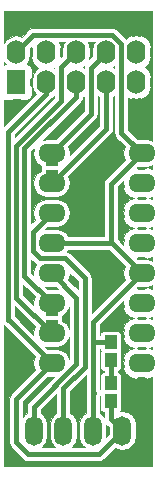
<source format=gbr>
G04 #@! TF.FileFunction,Copper,L2,Bot,Signal*
%FSLAX46Y46*%
G04 Gerber Fmt 4.6, Leading zero omitted, Abs format (unit mm)*
G04 Created by KiCad (PCBNEW 4.0.6) date 04/03/17 09:38:59*
%MOMM*%
%LPD*%
G01*
G04 APERTURE LIST*
%ADD10C,0.100000*%
%ADD11O,1.500000X2.500000*%
%ADD12O,2.300000X1.600000*%
%ADD13R,1.600000X2.000000*%
%ADD14O,1.600000X2.000000*%
%ADD15R,1.000000X1.150000*%
%ADD16C,0.400000*%
%ADD17C,0.026000*%
G04 APERTURE END LIST*
D10*
D11*
X2500000Y-35500000D03*
X5000000Y-35500000D03*
X7500000Y-35500000D03*
X10000000Y-35500000D03*
D12*
X4000000Y-12000000D03*
X4000000Y-14540000D03*
X4000000Y-17080000D03*
X4000000Y-19620000D03*
X4000000Y-22160000D03*
X4000000Y-24700000D03*
X4000000Y-27240000D03*
X4000000Y-29780000D03*
X11620000Y-29780000D03*
X11620000Y-27240000D03*
X11620000Y-24700000D03*
X11620000Y-22160000D03*
X11620000Y-19620000D03*
X11620000Y-17080000D03*
X11620000Y-14540000D03*
X11620000Y-12000000D03*
D13*
X1000000Y-6000000D03*
D14*
X1000000Y-3460000D03*
X3540000Y-6000000D03*
X3540000Y-3460000D03*
X6080000Y-6000000D03*
X6080000Y-3460000D03*
X8620000Y-6000000D03*
X8620000Y-3460000D03*
X11160000Y-6000000D03*
X11160000Y-3460000D03*
D15*
X9000000Y-28000000D03*
X9000000Y-29500000D03*
X9000000Y-31500000D03*
X9000000Y-33000000D03*
X4000000Y-12500000D03*
X4000000Y-14000000D03*
X4000000Y-26700000D03*
X4000000Y-25200000D03*
D16*
X9000000Y-28000000D02*
X7500000Y-28000000D01*
X7500000Y-32300000D02*
X7600000Y-32300000D01*
X7600000Y-32300000D02*
X7500000Y-32300000D01*
X7500000Y-35500000D02*
X7500000Y-32300000D01*
X7500000Y-32300000D02*
X7500000Y-28000000D01*
X7500000Y-28000000D02*
X7500000Y-26280000D01*
X7500000Y-26280000D02*
X11620000Y-22160000D01*
X1000000Y-3460000D02*
X2460000Y-2000000D01*
X9900000Y-10280000D02*
X11620000Y-12000000D01*
X9900000Y-2800000D02*
X9900000Y-10280000D01*
X9100000Y-2000000D02*
X9900000Y-2800000D01*
X2460000Y-2000000D02*
X9100000Y-2000000D01*
X9000000Y-19620000D02*
X9000000Y-14620000D01*
X9000000Y-14620000D02*
X11620000Y-12000000D01*
X4000000Y-19620000D02*
X9000000Y-19620000D01*
X9000000Y-19620000D02*
X9080000Y-19620000D01*
X9080000Y-19620000D02*
X11620000Y-22160000D01*
X9000000Y-29500000D02*
X9000000Y-31500000D01*
X10000000Y-35500000D02*
X8000000Y-37500000D01*
X1000000Y-32780000D02*
X4000000Y-29780000D01*
X1000000Y-36500000D02*
X1000000Y-32780000D01*
X2000000Y-37500000D02*
X1000000Y-36500000D01*
X8000000Y-37500000D02*
X2000000Y-37500000D01*
X9000000Y-33000000D02*
X9000000Y-34500000D01*
X9000000Y-34500000D02*
X10000000Y-35500000D01*
X4000000Y-29780000D02*
X300000Y-26080000D01*
X300000Y-10200000D02*
X300000Y-26100000D01*
X3540000Y-6960000D02*
X300000Y-10200000D01*
X300000Y-26080000D02*
X300000Y-26100000D01*
X3540000Y-6000000D02*
X3540000Y-6960000D01*
X8620000Y-3460000D02*
X7300000Y-4780000D01*
X7300000Y-8700000D02*
X4000000Y-12000000D01*
X7300000Y-4780000D02*
X7300000Y-8700000D01*
X8620000Y-6000000D02*
X8620000Y-9920000D01*
X8620000Y-9920000D02*
X4000000Y-14540000D01*
X4000000Y-27240000D02*
X1000000Y-24240000D01*
X4800000Y-4740000D02*
X6080000Y-3460000D01*
X4800000Y-7600000D02*
X4800000Y-4740000D01*
X1000000Y-11400000D02*
X4800000Y-7600000D01*
X1000000Y-24240000D02*
X1000000Y-11400000D01*
X6080000Y-6000000D02*
X6080000Y-7220000D01*
X1700000Y-22400000D02*
X4000000Y-24700000D01*
X1700000Y-11600000D02*
X1700000Y-22400000D01*
X6080000Y-7220000D02*
X1700000Y-11600000D01*
X4000000Y-22160000D02*
X6100000Y-24260000D01*
X2500000Y-33500000D02*
X2500000Y-35500000D01*
X6100000Y-29900000D02*
X2500000Y-33500000D01*
X6100000Y-24260000D02*
X6100000Y-29900000D01*
X5000000Y-35500000D02*
X5000000Y-31900000D01*
X2400000Y-18680000D02*
X4000000Y-17080000D01*
X2400000Y-20300000D02*
X2400000Y-18680000D01*
X3000000Y-20900000D02*
X2400000Y-20300000D01*
X5100000Y-20900000D02*
X3000000Y-20900000D01*
X6800000Y-22600000D02*
X5100000Y-20900000D01*
X6800000Y-30100000D02*
X6800000Y-22600000D01*
X5000000Y-31900000D02*
X6800000Y-30100000D01*
D17*
G36*
X10046771Y-24700000D02*
X10097786Y-24956470D01*
X10024861Y-25141215D01*
X10257351Y-25570464D01*
X10667546Y-25891728D01*
X10948492Y-25970000D01*
X10667546Y-26048272D01*
X10257351Y-26369536D01*
X10024861Y-26798785D01*
X10097786Y-26983530D01*
X10046771Y-27240000D01*
X10097786Y-27496470D01*
X10024861Y-27681215D01*
X10257351Y-28110464D01*
X10667546Y-28431728D01*
X10948492Y-28510000D01*
X10667546Y-28588272D01*
X10257351Y-28909536D01*
X10024861Y-29338785D01*
X10097786Y-29523530D01*
X10046771Y-29780000D01*
X10097786Y-30036470D01*
X10024861Y-30221215D01*
X10257351Y-30650464D01*
X10667546Y-30971728D01*
X11169460Y-31111562D01*
X11379000Y-30980646D01*
X11379000Y-30973000D01*
X11861000Y-30973000D01*
X11861000Y-30980646D01*
X12070540Y-31111562D01*
X12532000Y-30982999D01*
X12532000Y-38532000D01*
X-32000Y-38532000D01*
X-32000Y-26586628D01*
X2592584Y-29211212D01*
X2517583Y-29323459D01*
X2426771Y-29780000D01*
X2517583Y-30236541D01*
X2592584Y-30348788D01*
X580686Y-32360686D01*
X452139Y-32553068D01*
X452139Y-32553069D01*
X407000Y-32780000D01*
X407000Y-36500000D01*
X452139Y-36726932D01*
X580686Y-36919314D01*
X1580686Y-37919315D01*
X1773069Y-38047861D01*
X2000000Y-38093000D01*
X8000000Y-38093000D01*
X8226932Y-38047861D01*
X8419314Y-37919314D01*
X9375474Y-36963154D01*
X9562593Y-37088182D01*
X10000000Y-37175188D01*
X10437407Y-37088182D01*
X10808223Y-36840411D01*
X11055994Y-36469595D01*
X11143000Y-36032188D01*
X11143000Y-34967812D01*
X11055994Y-34530405D01*
X10808223Y-34159589D01*
X10437407Y-33911818D01*
X10000000Y-33824812D01*
X9764845Y-33871587D01*
X9779396Y-33862224D01*
X9869130Y-33730894D01*
X9900699Y-33575000D01*
X9900699Y-32425000D01*
X9873296Y-32279363D01*
X9855213Y-32251262D01*
X9869130Y-32230894D01*
X9900699Y-32075000D01*
X9900699Y-30925000D01*
X9873296Y-30779363D01*
X9787224Y-30645604D01*
X9655894Y-30555870D01*
X9593000Y-30543134D01*
X9593000Y-30458200D01*
X9645637Y-30448296D01*
X9779396Y-30362224D01*
X9869130Y-30230894D01*
X9900699Y-30075000D01*
X9900699Y-28925000D01*
X9873296Y-28779363D01*
X9855213Y-28751262D01*
X9869130Y-28730894D01*
X9900699Y-28575000D01*
X9900699Y-27425000D01*
X9873296Y-27279363D01*
X9787224Y-27145604D01*
X9655894Y-27055870D01*
X9500000Y-27024301D01*
X8500000Y-27024301D01*
X8354363Y-27051704D01*
X8220604Y-27137776D01*
X8130870Y-27269106D01*
X8102946Y-27407000D01*
X8093000Y-27407000D01*
X8093000Y-26525628D01*
X10078589Y-24540039D01*
X10046771Y-24700000D01*
X10046771Y-24700000D01*
G37*
X10046771Y-24700000D02*
X10097786Y-24956470D01*
X10024861Y-25141215D01*
X10257351Y-25570464D01*
X10667546Y-25891728D01*
X10948492Y-25970000D01*
X10667546Y-26048272D01*
X10257351Y-26369536D01*
X10024861Y-26798785D01*
X10097786Y-26983530D01*
X10046771Y-27240000D01*
X10097786Y-27496470D01*
X10024861Y-27681215D01*
X10257351Y-28110464D01*
X10667546Y-28431728D01*
X10948492Y-28510000D01*
X10667546Y-28588272D01*
X10257351Y-28909536D01*
X10024861Y-29338785D01*
X10097786Y-29523530D01*
X10046771Y-29780000D01*
X10097786Y-30036470D01*
X10024861Y-30221215D01*
X10257351Y-30650464D01*
X10667546Y-30971728D01*
X11169460Y-31111562D01*
X11379000Y-30980646D01*
X11379000Y-30973000D01*
X11861000Y-30973000D01*
X11861000Y-30980646D01*
X12070540Y-31111562D01*
X12532000Y-30982999D01*
X12532000Y-38532000D01*
X-32000Y-38532000D01*
X-32000Y-26586628D01*
X2592584Y-29211212D01*
X2517583Y-29323459D01*
X2426771Y-29780000D01*
X2517583Y-30236541D01*
X2592584Y-30348788D01*
X580686Y-32360686D01*
X452139Y-32553068D01*
X452139Y-32553069D01*
X407000Y-32780000D01*
X407000Y-36500000D01*
X452139Y-36726932D01*
X580686Y-36919314D01*
X1580686Y-37919315D01*
X1773069Y-38047861D01*
X2000000Y-38093000D01*
X8000000Y-38093000D01*
X8226932Y-38047861D01*
X8419314Y-37919314D01*
X9375474Y-36963154D01*
X9562593Y-37088182D01*
X10000000Y-37175188D01*
X10437407Y-37088182D01*
X10808223Y-36840411D01*
X11055994Y-36469595D01*
X11143000Y-36032188D01*
X11143000Y-34967812D01*
X11055994Y-34530405D01*
X10808223Y-34159589D01*
X10437407Y-33911818D01*
X10000000Y-33824812D01*
X9764845Y-33871587D01*
X9779396Y-33862224D01*
X9869130Y-33730894D01*
X9900699Y-33575000D01*
X9900699Y-32425000D01*
X9873296Y-32279363D01*
X9855213Y-32251262D01*
X9869130Y-32230894D01*
X9900699Y-32075000D01*
X9900699Y-30925000D01*
X9873296Y-30779363D01*
X9787224Y-30645604D01*
X9655894Y-30555870D01*
X9593000Y-30543134D01*
X9593000Y-30458200D01*
X9645637Y-30448296D01*
X9779396Y-30362224D01*
X9869130Y-30230894D01*
X9900699Y-30075000D01*
X9900699Y-28925000D01*
X9873296Y-28779363D01*
X9855213Y-28751262D01*
X9869130Y-28730894D01*
X9900699Y-28575000D01*
X9900699Y-27425000D01*
X9873296Y-27279363D01*
X9787224Y-27145604D01*
X9655894Y-27055870D01*
X9500000Y-27024301D01*
X8500000Y-27024301D01*
X8354363Y-27051704D01*
X8220604Y-27137776D01*
X8130870Y-27269106D01*
X8102946Y-27407000D01*
X8093000Y-27407000D01*
X8093000Y-26525628D01*
X10078589Y-24540039D01*
X10046771Y-24700000D01*
G36*
X4407000Y-34015782D02*
X4191777Y-34159589D01*
X3944006Y-34530405D01*
X3857000Y-34967812D01*
X3857000Y-36032188D01*
X3944006Y-36469595D01*
X4191777Y-36840411D01*
X4291435Y-36907000D01*
X3208565Y-36907000D01*
X3308223Y-36840411D01*
X3555994Y-36469595D01*
X3643000Y-36032188D01*
X3643000Y-34967812D01*
X3555994Y-34530405D01*
X3308223Y-34159589D01*
X3093000Y-34015782D01*
X3093000Y-33745628D01*
X4407000Y-32431628D01*
X4407000Y-34015782D01*
X4407000Y-34015782D01*
G37*
X4407000Y-34015782D02*
X4191777Y-34159589D01*
X3944006Y-34530405D01*
X3857000Y-34967812D01*
X3857000Y-36032188D01*
X3944006Y-36469595D01*
X4191777Y-36840411D01*
X4291435Y-36907000D01*
X3208565Y-36907000D01*
X3308223Y-36840411D01*
X3555994Y-36469595D01*
X3643000Y-36032188D01*
X3643000Y-34967812D01*
X3555994Y-34530405D01*
X3308223Y-34159589D01*
X3093000Y-34015782D01*
X3093000Y-33745628D01*
X4407000Y-32431628D01*
X4407000Y-34015782D01*
G36*
X6907000Y-34015782D02*
X6691777Y-34159589D01*
X6444006Y-34530405D01*
X6357000Y-34967812D01*
X6357000Y-36032188D01*
X6444006Y-36469595D01*
X6691777Y-36840411D01*
X6791435Y-36907000D01*
X5708565Y-36907000D01*
X5808223Y-36840411D01*
X6055994Y-36469595D01*
X6143000Y-36032188D01*
X6143000Y-34967812D01*
X6055994Y-34530405D01*
X5808223Y-34159589D01*
X5593000Y-34015782D01*
X5593000Y-32145628D01*
X6907000Y-30831629D01*
X6907000Y-34015782D01*
X6907000Y-34015782D01*
G37*
X6907000Y-34015782D02*
X6691777Y-34159589D01*
X6444006Y-34530405D01*
X6357000Y-34967812D01*
X6357000Y-36032188D01*
X6444006Y-36469595D01*
X6691777Y-36840411D01*
X6791435Y-36907000D01*
X5708565Y-36907000D01*
X5808223Y-36840411D01*
X6055994Y-36469595D01*
X6143000Y-36032188D01*
X6143000Y-34967812D01*
X6055994Y-34530405D01*
X5808223Y-34159589D01*
X5593000Y-34015782D01*
X5593000Y-32145628D01*
X6907000Y-30831629D01*
X6907000Y-34015782D01*
G36*
X8857000Y-35195628D02*
X8857000Y-35804372D01*
X8643000Y-36018372D01*
X8643000Y-34981628D01*
X8857000Y-35195628D01*
X8857000Y-35195628D01*
G37*
X8857000Y-35195628D02*
X8857000Y-35804372D01*
X8643000Y-36018372D01*
X8643000Y-34981628D01*
X8857000Y-35195628D01*
G36*
X2080686Y-33080686D02*
X1952139Y-33273068D01*
X1952139Y-33273069D01*
X1907000Y-33500000D01*
X1907000Y-34015782D01*
X1691777Y-34159589D01*
X1593000Y-34307419D01*
X1593000Y-33025628D01*
X3645629Y-30973000D01*
X4188372Y-30973000D01*
X2080686Y-33080686D01*
X2080686Y-33080686D01*
G37*
X2080686Y-33080686D02*
X1952139Y-33273068D01*
X1952139Y-33273069D01*
X1907000Y-33500000D01*
X1907000Y-34015782D01*
X1691777Y-34159589D01*
X1593000Y-34307419D01*
X1593000Y-33025628D01*
X3645629Y-30973000D01*
X4188372Y-30973000D01*
X2080686Y-33080686D01*
G36*
X8099301Y-33575000D02*
X8126704Y-33720637D01*
X8212776Y-33854396D01*
X8344106Y-33944130D01*
X8407000Y-33956866D01*
X8407000Y-34307419D01*
X8308223Y-34159589D01*
X8093000Y-34015782D01*
X8093000Y-32609036D01*
X8099301Y-32599606D01*
X8099301Y-33575000D01*
X8099301Y-33575000D01*
G37*
X8099301Y-33575000D02*
X8126704Y-33720637D01*
X8212776Y-33854396D01*
X8344106Y-33944130D01*
X8407000Y-33956866D01*
X8407000Y-34307419D01*
X8308223Y-34159589D01*
X8093000Y-34015782D01*
X8093000Y-32609036D01*
X8099301Y-32599606D01*
X8099301Y-33575000D01*
G36*
X8126704Y-28720637D02*
X8144787Y-28748738D01*
X8130870Y-28769106D01*
X8099301Y-28925000D01*
X8099301Y-30075000D01*
X8126704Y-30220637D01*
X8212776Y-30354396D01*
X8344106Y-30444130D01*
X8407000Y-30456866D01*
X8407000Y-30541800D01*
X8354363Y-30551704D01*
X8220604Y-30637776D01*
X8130870Y-30769106D01*
X8099301Y-30925000D01*
X8099301Y-32000394D01*
X8093000Y-31990964D01*
X8093000Y-28593000D01*
X8102688Y-28593000D01*
X8126704Y-28720637D01*
X8126704Y-28720637D01*
G37*
X8126704Y-28720637D02*
X8144787Y-28748738D01*
X8130870Y-28769106D01*
X8099301Y-28925000D01*
X8099301Y-30075000D01*
X8126704Y-30220637D01*
X8212776Y-30354396D01*
X8344106Y-30444130D01*
X8407000Y-30456866D01*
X8407000Y-30541800D01*
X8354363Y-30551704D01*
X8220604Y-30637776D01*
X8130870Y-30769106D01*
X8099301Y-30925000D01*
X8099301Y-32000394D01*
X8093000Y-31990964D01*
X8093000Y-28593000D01*
X8102688Y-28593000D01*
X8126704Y-28720637D01*
G36*
X5507000Y-29447046D02*
X5482417Y-29323459D01*
X5223807Y-28936422D01*
X4836770Y-28677812D01*
X4380229Y-28587000D01*
X3645628Y-28587000D01*
X3459810Y-28401182D01*
X3619771Y-28433000D01*
X4380229Y-28433000D01*
X4836770Y-28342188D01*
X5223807Y-28083578D01*
X5482417Y-27696541D01*
X5507000Y-27572954D01*
X5507000Y-29447046D01*
X5507000Y-29447046D01*
G37*
X5507000Y-29447046D02*
X5482417Y-29323459D01*
X5223807Y-28936422D01*
X4836770Y-28677812D01*
X4380229Y-28587000D01*
X3645628Y-28587000D01*
X3459810Y-28401182D01*
X3619771Y-28433000D01*
X4380229Y-28433000D01*
X4836770Y-28342188D01*
X5223807Y-28083578D01*
X5482417Y-27696541D01*
X5507000Y-27572954D01*
X5507000Y-29447046D01*
G36*
X11861000Y-28440646D02*
X11972006Y-28510000D01*
X11861000Y-28579354D01*
X11861000Y-28587000D01*
X11379000Y-28587000D01*
X11379000Y-28579354D01*
X11267994Y-28510000D01*
X11379000Y-28440646D01*
X11379000Y-28433000D01*
X11861000Y-28433000D01*
X11861000Y-28440646D01*
X11861000Y-28440646D01*
G37*
X11861000Y-28440646D02*
X11972006Y-28510000D01*
X11861000Y-28579354D01*
X11861000Y-28587000D01*
X11379000Y-28587000D01*
X11379000Y-28579354D01*
X11267994Y-28510000D01*
X11379000Y-28440646D01*
X11379000Y-28433000D01*
X11861000Y-28433000D01*
X11861000Y-28440646D01*
G36*
X12532000Y-28577001D02*
X12291508Y-28510000D01*
X12532000Y-28442999D01*
X12532000Y-28577001D01*
X12532000Y-28577001D01*
G37*
X12532000Y-28577001D02*
X12291508Y-28510000D01*
X12532000Y-28442999D01*
X12532000Y-28577001D01*
G36*
X2592584Y-26671212D02*
X2517583Y-26783459D01*
X2426771Y-27240000D01*
X2458589Y-27399961D01*
X893000Y-25834372D01*
X893000Y-24971628D01*
X2592584Y-26671212D01*
X2592584Y-26671212D01*
G37*
X2592584Y-26671212D02*
X2517583Y-26783459D01*
X2426771Y-27240000D01*
X2458589Y-27399961D01*
X893000Y-25834372D01*
X893000Y-24971628D01*
X2592584Y-26671212D01*
G36*
X5507000Y-26907046D02*
X5482417Y-26783459D01*
X5223807Y-26396422D01*
X4900699Y-26180528D01*
X4900699Y-26125000D01*
X4873296Y-25979363D01*
X4855213Y-25951262D01*
X4869130Y-25930894D01*
X4900699Y-25775000D01*
X4900699Y-25759472D01*
X5223807Y-25543578D01*
X5482417Y-25156541D01*
X5507000Y-25032954D01*
X5507000Y-26907046D01*
X5507000Y-26907046D01*
G37*
X5507000Y-26907046D02*
X5482417Y-26783459D01*
X5223807Y-26396422D01*
X4900699Y-26180528D01*
X4900699Y-26125000D01*
X4873296Y-25979363D01*
X4855213Y-25951262D01*
X4869130Y-25930894D01*
X4900699Y-25775000D01*
X4900699Y-25759472D01*
X5223807Y-25543578D01*
X5482417Y-25156541D01*
X5507000Y-25032954D01*
X5507000Y-26907046D01*
G36*
X11861000Y-25900646D02*
X11972006Y-25970000D01*
X11861000Y-26039354D01*
X11861000Y-26047000D01*
X11379000Y-26047000D01*
X11379000Y-26039354D01*
X11267994Y-25970000D01*
X11379000Y-25900646D01*
X11379000Y-25893000D01*
X11861000Y-25893000D01*
X11861000Y-25900646D01*
X11861000Y-25900646D01*
G37*
X11861000Y-25900646D02*
X11972006Y-25970000D01*
X11861000Y-26039354D01*
X11861000Y-26047000D01*
X11379000Y-26047000D01*
X11379000Y-26039354D01*
X11267994Y-25970000D01*
X11379000Y-25900646D01*
X11379000Y-25893000D01*
X11861000Y-25893000D01*
X11861000Y-25900646D01*
G36*
X12532000Y-26037001D02*
X12291508Y-25970000D01*
X12532000Y-25902999D01*
X12532000Y-26037001D01*
X12532000Y-26037001D01*
G37*
X12532000Y-26037001D02*
X12291508Y-25970000D01*
X12532000Y-25902999D01*
X12532000Y-26037001D01*
G36*
X10212584Y-21591212D02*
X10137583Y-21703459D01*
X10046771Y-22160000D01*
X10137583Y-22616541D01*
X10212584Y-22728788D01*
X7393000Y-25548372D01*
X7393000Y-22600000D01*
X7353218Y-22400000D01*
X7347861Y-22373068D01*
X7219314Y-22180686D01*
X5519314Y-20480686D01*
X5326932Y-20352139D01*
X5301631Y-20347106D01*
X5391238Y-20213000D01*
X8834372Y-20213000D01*
X10212584Y-21591212D01*
X10212584Y-21591212D01*
G37*
X10212584Y-21591212D02*
X10137583Y-21703459D01*
X10046771Y-22160000D01*
X10137583Y-22616541D01*
X10212584Y-22728788D01*
X7393000Y-25548372D01*
X7393000Y-22600000D01*
X7353218Y-22400000D01*
X7347861Y-22373068D01*
X7219314Y-22180686D01*
X5519314Y-20480686D01*
X5326932Y-20352139D01*
X5301631Y-20347106D01*
X5391238Y-20213000D01*
X8834372Y-20213000D01*
X10212584Y-21591212D01*
G36*
X2592584Y-24131212D02*
X2517583Y-24243459D01*
X2426771Y-24700000D01*
X2458589Y-24859961D01*
X1593000Y-23994372D01*
X1593000Y-23131628D01*
X2592584Y-24131212D01*
X2592584Y-24131212D01*
G37*
X2592584Y-24131212D02*
X2517583Y-24243459D01*
X2426771Y-24700000D01*
X2458589Y-24859961D01*
X1593000Y-23994372D01*
X1593000Y-23131628D01*
X2592584Y-24131212D01*
G36*
X3619771Y-23353000D02*
X4354372Y-23353000D01*
X4540190Y-23538818D01*
X4380229Y-23507000D01*
X3645628Y-23507000D01*
X3459810Y-23321182D01*
X3619771Y-23353000D01*
X3619771Y-23353000D01*
G37*
X3619771Y-23353000D02*
X4354372Y-23353000D01*
X4540190Y-23538818D01*
X4380229Y-23507000D01*
X3645628Y-23507000D01*
X3459810Y-23321182D01*
X3619771Y-23353000D01*
G36*
X6207000Y-22845628D02*
X6207000Y-23528371D01*
X5407416Y-22728788D01*
X5482417Y-22616541D01*
X5564625Y-22203253D01*
X6207000Y-22845628D01*
X6207000Y-22845628D01*
G37*
X6207000Y-22845628D02*
X6207000Y-23528371D01*
X5407416Y-22728788D01*
X5482417Y-22616541D01*
X5564625Y-22203253D01*
X6207000Y-22845628D01*
G36*
X12532000Y-23497001D02*
X12070540Y-23368438D01*
X11861000Y-23499354D01*
X11861000Y-23507000D01*
X11379000Y-23507000D01*
X11379000Y-23499354D01*
X11219147Y-23399481D01*
X11265628Y-23353000D01*
X12000229Y-23353000D01*
X12456770Y-23262188D01*
X12532000Y-23211921D01*
X12532000Y-23497001D01*
X12532000Y-23497001D01*
G37*
X12532000Y-23497001D02*
X12070540Y-23368438D01*
X11861000Y-23499354D01*
X11861000Y-23507000D01*
X11379000Y-23507000D01*
X11379000Y-23499354D01*
X11219147Y-23399481D01*
X11265628Y-23353000D01*
X12000229Y-23353000D01*
X12456770Y-23262188D01*
X12532000Y-23211921D01*
X12532000Y-23497001D01*
G36*
X2580686Y-21319314D02*
X2714512Y-21408735D01*
X2517583Y-21703459D01*
X2426771Y-22160000D01*
X2458589Y-22319961D01*
X2293000Y-22154372D01*
X2293000Y-21031628D01*
X2580686Y-21319314D01*
X2580686Y-21319314D01*
G37*
X2580686Y-21319314D02*
X2714512Y-21408735D01*
X2517583Y-21703459D01*
X2426771Y-22160000D01*
X2458589Y-22319961D01*
X2293000Y-22154372D01*
X2293000Y-21031628D01*
X2580686Y-21319314D01*
G36*
X11861000Y-20820646D02*
X12070540Y-20951562D01*
X12532000Y-20822999D01*
X12532000Y-21108079D01*
X12456770Y-21057812D01*
X12000229Y-20967000D01*
X11265629Y-20967000D01*
X11219147Y-20920519D01*
X11379000Y-20820646D01*
X11379000Y-20813000D01*
X11861000Y-20813000D01*
X11861000Y-20820646D01*
X11861000Y-20820646D01*
G37*
X11861000Y-20820646D02*
X12070540Y-20951562D01*
X12532000Y-20822999D01*
X12532000Y-21108079D01*
X12456770Y-21057812D01*
X12000229Y-20967000D01*
X11265629Y-20967000D01*
X11219147Y-20920519D01*
X11379000Y-20820646D01*
X11379000Y-20813000D01*
X11861000Y-20813000D01*
X11861000Y-20820646D01*
G36*
X10046771Y-14540000D02*
X10097786Y-14796470D01*
X10024861Y-14981215D01*
X10257351Y-15410464D01*
X10667546Y-15731728D01*
X10948492Y-15810000D01*
X10667546Y-15888272D01*
X10257351Y-16209536D01*
X10024861Y-16638785D01*
X10097786Y-16823530D01*
X10046771Y-17080000D01*
X10097786Y-17336470D01*
X10024861Y-17521215D01*
X10257351Y-17950464D01*
X10667546Y-18271728D01*
X10948492Y-18350000D01*
X10667546Y-18428272D01*
X10257351Y-18749536D01*
X10024861Y-19178785D01*
X10097786Y-19363530D01*
X10046771Y-19620000D01*
X10078589Y-19779961D01*
X9593000Y-19294372D01*
X9593000Y-14865628D01*
X10078589Y-14380039D01*
X10046771Y-14540000D01*
X10046771Y-14540000D01*
G37*
X10046771Y-14540000D02*
X10097786Y-14796470D01*
X10024861Y-14981215D01*
X10257351Y-15410464D01*
X10667546Y-15731728D01*
X10948492Y-15810000D01*
X10667546Y-15888272D01*
X10257351Y-16209536D01*
X10024861Y-16638785D01*
X10097786Y-16823530D01*
X10046771Y-17080000D01*
X10097786Y-17336470D01*
X10024861Y-17521215D01*
X10257351Y-17950464D01*
X10667546Y-18271728D01*
X10948492Y-18350000D01*
X10667546Y-18428272D01*
X10257351Y-18749536D01*
X10024861Y-19178785D01*
X10097786Y-19363530D01*
X10046771Y-19620000D01*
X10078589Y-19779961D01*
X9593000Y-19294372D01*
X9593000Y-14865628D01*
X10078589Y-14380039D01*
X10046771Y-14540000D01*
G36*
X9307000Y-10280000D02*
X9352139Y-10506932D01*
X9480686Y-10699314D01*
X10212584Y-11431212D01*
X10137583Y-11543459D01*
X10046771Y-12000000D01*
X10137583Y-12456541D01*
X10212584Y-12568788D01*
X8580686Y-14200686D01*
X8452139Y-14393068D01*
X8452139Y-14393069D01*
X8407000Y-14620000D01*
X8407000Y-19027000D01*
X5391238Y-19027000D01*
X5223807Y-18776422D01*
X4836770Y-18517812D01*
X4380229Y-18427000D01*
X3619771Y-18427000D01*
X3459810Y-18458818D01*
X3645629Y-18273000D01*
X4380229Y-18273000D01*
X4836770Y-18182188D01*
X5223807Y-17923578D01*
X5482417Y-17536541D01*
X5573229Y-17080000D01*
X5482417Y-16623459D01*
X5223807Y-16236422D01*
X4836770Y-15977812D01*
X4380229Y-15887000D01*
X3619771Y-15887000D01*
X3163230Y-15977812D01*
X2776193Y-16236422D01*
X2517583Y-16623459D01*
X2426771Y-17080000D01*
X2517583Y-17536541D01*
X2592584Y-17648788D01*
X2293000Y-17948372D01*
X2293000Y-11845628D01*
X2498318Y-11640310D01*
X2426771Y-12000000D01*
X2517583Y-12456541D01*
X2776193Y-12843578D01*
X3099301Y-13059472D01*
X3099301Y-13075000D01*
X3126704Y-13220637D01*
X3144787Y-13248738D01*
X3130870Y-13269106D01*
X3099301Y-13425000D01*
X3099301Y-13480528D01*
X2776193Y-13696422D01*
X2517583Y-14083459D01*
X2426771Y-14540000D01*
X2517583Y-14996541D01*
X2776193Y-15383578D01*
X3163230Y-15642188D01*
X3619771Y-15733000D01*
X4380229Y-15733000D01*
X4836770Y-15642188D01*
X5223807Y-15383578D01*
X5482417Y-14996541D01*
X5573229Y-14540000D01*
X5482417Y-14083459D01*
X5407416Y-13971212D01*
X9039315Y-10339314D01*
X9167861Y-10146932D01*
X9213000Y-9920000D01*
X9213000Y-7238299D01*
X9307000Y-7175490D01*
X9307000Y-10280000D01*
X9307000Y-10280000D01*
G37*
X9307000Y-10280000D02*
X9352139Y-10506932D01*
X9480686Y-10699314D01*
X10212584Y-11431212D01*
X10137583Y-11543459D01*
X10046771Y-12000000D01*
X10137583Y-12456541D01*
X10212584Y-12568788D01*
X8580686Y-14200686D01*
X8452139Y-14393068D01*
X8452139Y-14393069D01*
X8407000Y-14620000D01*
X8407000Y-19027000D01*
X5391238Y-19027000D01*
X5223807Y-18776422D01*
X4836770Y-18517812D01*
X4380229Y-18427000D01*
X3619771Y-18427000D01*
X3459810Y-18458818D01*
X3645629Y-18273000D01*
X4380229Y-18273000D01*
X4836770Y-18182188D01*
X5223807Y-17923578D01*
X5482417Y-17536541D01*
X5573229Y-17080000D01*
X5482417Y-16623459D01*
X5223807Y-16236422D01*
X4836770Y-15977812D01*
X4380229Y-15887000D01*
X3619771Y-15887000D01*
X3163230Y-15977812D01*
X2776193Y-16236422D01*
X2517583Y-16623459D01*
X2426771Y-17080000D01*
X2517583Y-17536541D01*
X2592584Y-17648788D01*
X2293000Y-17948372D01*
X2293000Y-11845628D01*
X2498318Y-11640310D01*
X2426771Y-12000000D01*
X2517583Y-12456541D01*
X2776193Y-12843578D01*
X3099301Y-13059472D01*
X3099301Y-13075000D01*
X3126704Y-13220637D01*
X3144787Y-13248738D01*
X3130870Y-13269106D01*
X3099301Y-13425000D01*
X3099301Y-13480528D01*
X2776193Y-13696422D01*
X2517583Y-14083459D01*
X2426771Y-14540000D01*
X2517583Y-14996541D01*
X2776193Y-15383578D01*
X3163230Y-15642188D01*
X3619771Y-15733000D01*
X4380229Y-15733000D01*
X4836770Y-15642188D01*
X5223807Y-15383578D01*
X5482417Y-14996541D01*
X5573229Y-14540000D01*
X5482417Y-14083459D01*
X5407416Y-13971212D01*
X9039315Y-10339314D01*
X9167861Y-10146932D01*
X9213000Y-9920000D01*
X9213000Y-7238299D01*
X9307000Y-7175490D01*
X9307000Y-10280000D01*
G36*
X11861000Y-18280646D02*
X11972006Y-18350000D01*
X11861000Y-18419354D01*
X11861000Y-18427000D01*
X11379000Y-18427000D01*
X11379000Y-18419354D01*
X11267994Y-18350000D01*
X11379000Y-18280646D01*
X11379000Y-18273000D01*
X11861000Y-18273000D01*
X11861000Y-18280646D01*
X11861000Y-18280646D01*
G37*
X11861000Y-18280646D02*
X11972006Y-18350000D01*
X11861000Y-18419354D01*
X11861000Y-18427000D01*
X11379000Y-18427000D01*
X11379000Y-18419354D01*
X11267994Y-18350000D01*
X11379000Y-18280646D01*
X11379000Y-18273000D01*
X11861000Y-18273000D01*
X11861000Y-18280646D01*
G36*
X12532000Y-18417001D02*
X12291508Y-18350000D01*
X12532000Y-18282999D01*
X12532000Y-18417001D01*
X12532000Y-18417001D01*
G37*
X12532000Y-18417001D02*
X12291508Y-18350000D01*
X12532000Y-18282999D01*
X12532000Y-18417001D01*
G36*
X11861000Y-15740646D02*
X11972006Y-15810000D01*
X11861000Y-15879354D01*
X11861000Y-15887000D01*
X11379000Y-15887000D01*
X11379000Y-15879354D01*
X11267994Y-15810000D01*
X11379000Y-15740646D01*
X11379000Y-15733000D01*
X11861000Y-15733000D01*
X11861000Y-15740646D01*
X11861000Y-15740646D01*
G37*
X11861000Y-15740646D02*
X11972006Y-15810000D01*
X11861000Y-15879354D01*
X11861000Y-15887000D01*
X11379000Y-15887000D01*
X11379000Y-15879354D01*
X11267994Y-15810000D01*
X11379000Y-15740646D01*
X11379000Y-15733000D01*
X11861000Y-15733000D01*
X11861000Y-15740646D01*
G36*
X12532000Y-15877001D02*
X12291508Y-15810000D01*
X12532000Y-15742999D01*
X12532000Y-15877001D01*
X12532000Y-15877001D01*
G37*
X12532000Y-15877001D02*
X12291508Y-15810000D01*
X12532000Y-15742999D01*
X12532000Y-15877001D01*
G36*
X12532000Y-13337001D02*
X12070540Y-13208438D01*
X11861000Y-13339354D01*
X11861000Y-13347000D01*
X11379000Y-13347000D01*
X11379000Y-13339354D01*
X11219147Y-13239481D01*
X11265629Y-13193000D01*
X12000229Y-13193000D01*
X12456770Y-13102188D01*
X12532000Y-13051921D01*
X12532000Y-13337001D01*
X12532000Y-13337001D01*
G37*
X12532000Y-13337001D02*
X12070540Y-13208438D01*
X11861000Y-13339354D01*
X11861000Y-13347000D01*
X11379000Y-13347000D01*
X11379000Y-13339354D01*
X11219147Y-13239481D01*
X11265629Y-13193000D01*
X12000229Y-13193000D01*
X12456770Y-13102188D01*
X12532000Y-13051921D01*
X12532000Y-13337001D01*
G36*
X8027000Y-7238299D02*
X8027000Y-9674371D01*
X5541411Y-12159961D01*
X5573229Y-12000000D01*
X5482417Y-11543459D01*
X5407416Y-11431212D01*
X7719314Y-9119314D01*
X7847861Y-8926932D01*
X7893000Y-8700000D01*
X7893000Y-7148763D01*
X8027000Y-7238299D01*
X8027000Y-7238299D01*
G37*
X8027000Y-7238299D02*
X8027000Y-9674371D01*
X5541411Y-12159961D01*
X5573229Y-12000000D01*
X5482417Y-11543459D01*
X5407416Y-11431212D01*
X7719314Y-9119314D01*
X7847861Y-8926932D01*
X7893000Y-8700000D01*
X7893000Y-7148763D01*
X8027000Y-7238299D01*
G36*
X12532000Y-10948079D02*
X12456770Y-10897812D01*
X12000229Y-10807000D01*
X11265629Y-10807000D01*
X10493000Y-10034372D01*
X10493000Y-7328169D01*
X10718785Y-7445139D01*
X10908480Y-7370259D01*
X11160000Y-7420290D01*
X11411520Y-7370259D01*
X11601215Y-7445139D01*
X11901095Y-7289784D01*
X12261725Y-6923224D01*
X12454627Y-6446560D01*
X12349374Y-6245519D01*
X12353000Y-6227290D01*
X12353000Y-5772710D01*
X12349374Y-5754481D01*
X12454627Y-5553440D01*
X12261725Y-5076776D01*
X11920559Y-4730000D01*
X12261725Y-4383224D01*
X12454627Y-3906560D01*
X12349374Y-3705519D01*
X12353000Y-3687290D01*
X12353000Y-3232710D01*
X12349374Y-3214481D01*
X12454627Y-3013440D01*
X12261725Y-2536776D01*
X11901095Y-2170216D01*
X11601215Y-2014861D01*
X11411520Y-2089741D01*
X11160000Y-2039710D01*
X10908480Y-2089741D01*
X10718785Y-2014861D01*
X10418905Y-2170216D01*
X10265139Y-2326511D01*
X9519314Y-1580686D01*
X9326932Y-1452139D01*
X9100000Y-1407000D01*
X2460000Y-1407000D01*
X2233068Y-1452139D01*
X2040686Y-1580686D01*
X1477108Y-2144264D01*
X1456541Y-2130522D01*
X1000000Y-2039710D01*
X543459Y-2130522D01*
X156422Y-2389132D01*
X-32000Y-2671125D01*
X-32000Y32000D01*
X12532000Y32000D01*
X12532000Y-10948079D01*
X12532000Y-10948079D01*
G37*
X12532000Y-10948079D02*
X12456770Y-10897812D01*
X12000229Y-10807000D01*
X11265629Y-10807000D01*
X10493000Y-10034372D01*
X10493000Y-7328169D01*
X10718785Y-7445139D01*
X10908480Y-7370259D01*
X11160000Y-7420290D01*
X11411520Y-7370259D01*
X11601215Y-7445139D01*
X11901095Y-7289784D01*
X12261725Y-6923224D01*
X12454627Y-6446560D01*
X12349374Y-6245519D01*
X12353000Y-6227290D01*
X12353000Y-5772710D01*
X12349374Y-5754481D01*
X12454627Y-5553440D01*
X12261725Y-5076776D01*
X11920559Y-4730000D01*
X12261725Y-4383224D01*
X12454627Y-3906560D01*
X12349374Y-3705519D01*
X12353000Y-3687290D01*
X12353000Y-3232710D01*
X12349374Y-3214481D01*
X12454627Y-3013440D01*
X12261725Y-2536776D01*
X11901095Y-2170216D01*
X11601215Y-2014861D01*
X11411520Y-2089741D01*
X11160000Y-2039710D01*
X10908480Y-2089741D01*
X10718785Y-2014861D01*
X10418905Y-2170216D01*
X10265139Y-2326511D01*
X9519314Y-1580686D01*
X9326932Y-1452139D01*
X9100000Y-1407000D01*
X2460000Y-1407000D01*
X2233068Y-1452139D01*
X2040686Y-1580686D01*
X1477108Y-2144264D01*
X1456541Y-2130522D01*
X1000000Y-2039710D01*
X543459Y-2130522D01*
X156422Y-2389132D01*
X-32000Y-2671125D01*
X-32000Y32000D01*
X12532000Y32000D01*
X12532000Y-10948079D01*
G36*
X6707000Y-8454372D02*
X4354372Y-10807000D01*
X3619771Y-10807000D01*
X3260081Y-10878547D01*
X6499314Y-7639315D01*
X6627860Y-7446932D01*
X6627861Y-7446931D01*
X6668802Y-7241104D01*
X6707000Y-7215581D01*
X6707000Y-8454372D01*
X6707000Y-8454372D01*
G37*
X6707000Y-8454372D02*
X4354372Y-10807000D01*
X3619771Y-10807000D01*
X3260081Y-10878547D01*
X6499314Y-7639315D01*
X6627860Y-7446932D01*
X6627861Y-7446931D01*
X6668802Y-7241104D01*
X6707000Y-7215581D01*
X6707000Y-8454372D01*
G36*
X4207000Y-7354371D02*
X893000Y-10668372D01*
X893000Y-10445628D01*
X3959314Y-7379314D01*
X3992012Y-7330379D01*
X3996541Y-7329478D01*
X4207000Y-7188854D01*
X4207000Y-7354371D01*
X4207000Y-7354371D01*
G37*
X4207000Y-7354371D02*
X893000Y-10668372D01*
X893000Y-10445628D01*
X3959314Y-7379314D01*
X3992012Y-7330379D01*
X3996541Y-7329478D01*
X4207000Y-7188854D01*
X4207000Y-7354371D01*
G36*
X2350626Y-3214481D02*
X2347000Y-3232710D01*
X2347000Y-3687290D01*
X2350626Y-3705519D01*
X2245373Y-3906560D01*
X2438275Y-4383224D01*
X2798905Y-4749784D01*
X2892370Y-4798204D01*
X2696422Y-4929132D01*
X2437812Y-5316169D01*
X2347000Y-5772710D01*
X2347000Y-6227290D01*
X2437812Y-6683831D01*
X2653997Y-7007375D01*
X-32000Y-9693372D01*
X-32000Y-7467829D01*
X96367Y-7521000D01*
X628750Y-7521000D01*
X749051Y-7400699D01*
X1250949Y-7400699D01*
X1371250Y-7521000D01*
X1903633Y-7521000D01*
X2095122Y-7441683D01*
X2241682Y-7295123D01*
X2321000Y-7103634D01*
X2321000Y-6371250D01*
X2200699Y-6250949D01*
X2200699Y-5749051D01*
X2321000Y-5628750D01*
X2321000Y-4896366D01*
X2241682Y-4704877D01*
X2095122Y-4558317D01*
X1903633Y-4479000D01*
X1878235Y-4479000D01*
X2102188Y-4143831D01*
X2193000Y-3687290D01*
X2193000Y-3232710D01*
X2171916Y-3126712D01*
X2259055Y-3039573D01*
X2350626Y-3214481D01*
X2350626Y-3214481D01*
G37*
X2350626Y-3214481D02*
X2347000Y-3232710D01*
X2347000Y-3687290D01*
X2350626Y-3705519D01*
X2245373Y-3906560D01*
X2438275Y-4383224D01*
X2798905Y-4749784D01*
X2892370Y-4798204D01*
X2696422Y-4929132D01*
X2437812Y-5316169D01*
X2347000Y-5772710D01*
X2347000Y-6227290D01*
X2437812Y-6683831D01*
X2653997Y-7007375D01*
X-32000Y-9693372D01*
X-32000Y-7467829D01*
X96367Y-7521000D01*
X628750Y-7521000D01*
X749051Y-7400699D01*
X1250949Y-7400699D01*
X1371250Y-7521000D01*
X1903633Y-7521000D01*
X2095122Y-7441683D01*
X2241682Y-7295123D01*
X2321000Y-7103634D01*
X2321000Y-6371250D01*
X2200699Y-6250949D01*
X2200699Y-5749051D01*
X2321000Y-5628750D01*
X2321000Y-4896366D01*
X2241682Y-4704877D01*
X2095122Y-4558317D01*
X1903633Y-4479000D01*
X1878235Y-4479000D01*
X2102188Y-4143831D01*
X2193000Y-3687290D01*
X2193000Y-3232710D01*
X2171916Y-3126712D01*
X2259055Y-3039573D01*
X2350626Y-3214481D01*
G36*
X9307000Y-4824510D02*
X9165556Y-4730000D01*
X9307000Y-4635490D01*
X9307000Y-4824510D01*
X9307000Y-4824510D01*
G37*
X9307000Y-4824510D02*
X9165556Y-4730000D01*
X9307000Y-4635490D01*
X9307000Y-4824510D01*
G36*
X4207000Y-4811146D02*
X4187630Y-4798204D01*
X4207000Y-4788169D01*
X4207000Y-4811146D01*
X4207000Y-4811146D01*
G37*
X4207000Y-4811146D02*
X4187630Y-4798204D01*
X4207000Y-4788169D01*
X4207000Y-4811146D01*
G36*
X6707000Y-4780000D02*
X6707000Y-4784419D01*
X6625556Y-4730000D01*
X6730954Y-4659576D01*
X6707000Y-4780000D01*
X6707000Y-4780000D01*
G37*
X6707000Y-4780000D02*
X6707000Y-4784419D01*
X6625556Y-4730000D01*
X6730954Y-4659576D01*
X6707000Y-4780000D01*
G36*
X121765Y-4479000D02*
X96367Y-4479000D01*
X-32000Y-4532171D01*
X-32000Y-4248875D01*
X121765Y-4479000D01*
X121765Y-4479000D01*
G37*
X121765Y-4479000D02*
X96367Y-4479000D01*
X-32000Y-4532171D01*
X-32000Y-4248875D01*
X121765Y-4479000D01*
G36*
X7517812Y-2776169D02*
X7427000Y-3232710D01*
X7427000Y-3687290D01*
X7448084Y-3793288D01*
X7203206Y-4038166D01*
X7273000Y-3687290D01*
X7273000Y-3232710D01*
X7182188Y-2776169D01*
X7059798Y-2593000D01*
X7640202Y-2593000D01*
X7517812Y-2776169D01*
X7517812Y-2776169D01*
G37*
X7517812Y-2776169D02*
X7427000Y-3232710D01*
X7427000Y-3687290D01*
X7448084Y-3793288D01*
X7203206Y-4038166D01*
X7273000Y-3687290D01*
X7273000Y-3232710D01*
X7182188Y-2776169D01*
X7059798Y-2593000D01*
X7640202Y-2593000D01*
X7517812Y-2776169D01*
G36*
X4977812Y-2776169D02*
X4887000Y-3232710D01*
X4887000Y-3687290D01*
X4908084Y-3793287D01*
X4820945Y-3880427D01*
X4729374Y-3705519D01*
X4733000Y-3687290D01*
X4733000Y-3232710D01*
X4729374Y-3214481D01*
X4834627Y-3013440D01*
X4664478Y-2593000D01*
X5100202Y-2593000D01*
X4977812Y-2776169D01*
X4977812Y-2776169D01*
G37*
X4977812Y-2776169D02*
X4887000Y-3232710D01*
X4887000Y-3687290D01*
X4908084Y-3793287D01*
X4820945Y-3880427D01*
X4729374Y-3705519D01*
X4733000Y-3687290D01*
X4733000Y-3232710D01*
X4729374Y-3214481D01*
X4834627Y-3013440D01*
X4664478Y-2593000D01*
X5100202Y-2593000D01*
X4977812Y-2776169D01*
M02*

</source>
